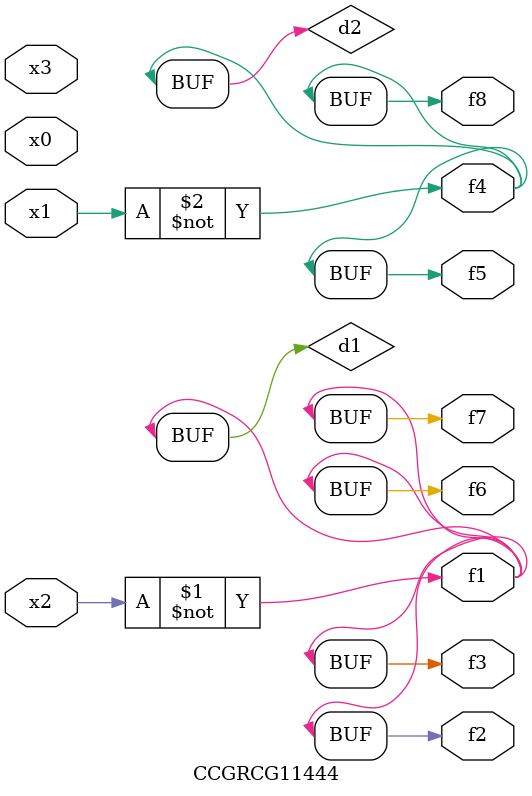
<source format=v>
module CCGRCG11444(
	input x0, x1, x2, x3,
	output f1, f2, f3, f4, f5, f6, f7, f8
);

	wire d1, d2;

	xnor (d1, x2);
	not (d2, x1);
	assign f1 = d1;
	assign f2 = d1;
	assign f3 = d1;
	assign f4 = d2;
	assign f5 = d2;
	assign f6 = d1;
	assign f7 = d1;
	assign f8 = d2;
endmodule

</source>
